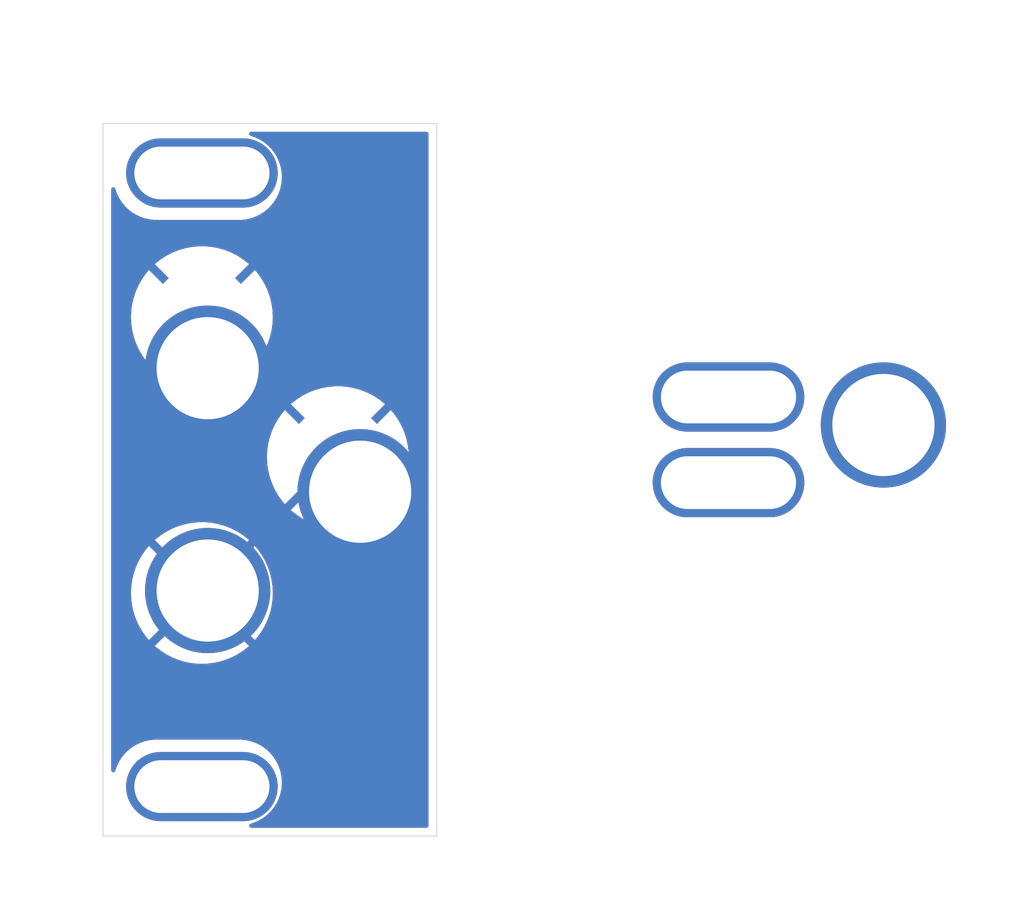
<source format=kicad_pcb>
(kicad_pcb (version 20240108) (generator "pcbnew") (generator_version "8.0")
  (layers (0 "F.Cu" signal) (31 "B.Cu" signal) (34 "B.Paste" user) (35 "F.Paste" user) (36 "B.SilkS" user "B.Silkscreen") (37 "F.SilkS" user "F.Silkscreen") (38 "B.Mask" user) (39 "F.Mask" user) (44 "Edge.Cuts" user))
  (net 0 "")
  (net 3 "GND")
  (footprint "Custom_FP:JackHole_3.5mm" (layer "F.Cu") (at 106.35 89.85)
    (property "Reference" "J1" (hide yes))
    (property "Value" "Screw_Terminal_01x01")
    (pad "1" thru_hole circle (at 0 0) (size 7.6 7.6) (drill 6.2) (layers "*.Cu" "*.Mask") (net 3 "GND"))
  )
  (footprint "Custom_FP:Wider_M3" (layer "F.Cu") (at 106 115.25)
    (property "Reference" "J5" (hide yes))
    (property "Value" "Screw_Terminal_01x01")
    (pad "1" thru_hole oval (at 0 0) (size 9.2 4.2) (drill oval 8.2 3.2) (layers "*.Cu" "*.Mask"))
  )
  (footprint "Custom_FP:Wider_M3" (layer "F.Cu") (at 106 78)
    (property "Reference" "J4" (hide yes))
    (property "Value" "Screw_Terminal_01x01")
    (pad "1" thru_hole oval (at 0 0) (size 9.2 4.2) (drill oval 8.2 3.2) (layers "*.Cu" "*.Mask"))
  )
  (footprint "Custom_FP:JackHole_3.5mm" (layer "F.Cu") (at 115.6 97.35)
    (property "Reference" "J3" (hide yes))
    (property "Value" "Screw_Terminal_01x01")
    (pad "1" thru_hole circle (at 0 0) (size 7.6 7.6) (drill 6.2) (layers "*.Cu" "*.Mask") (net 3 "GND"))
  )
  (footprint "Custom_FP:Wider_M3" (layer "F.Cu") (at 137.95 91.6)
    (property "Reference" "J7" (hide yes))
    (property "Value" "Screw_Terminal_01x01")
    (pad "1" thru_hole oval (at 0 0) (size 9.2 4.2) (drill oval 8.2 3.2) (layers "*.Cu" "*.Mask"))
  )
  (footprint "Custom_FP:Wider_M3" (layer "F.Cu") (at 137.95 96.8)
    (property "Reference" "J8" (hide yes))
    (property "Value" "Screw_Terminal_01x01")
    (pad "1" thru_hole oval (at 0 0) (size 9.2 4.2) (drill oval 8.2 3.2) (layers "*.Cu" "*.Mask"))
  )
  (footprint "Custom_FP:JackHole_3.5mm" (layer "F.Cu") (at 106.35 103.35)
    (property "Reference" "J2" (hide yes))
    (property "Value" "Screw_Terminal_01x01")
    (pad "1" thru_hole circle (at 0 0) (size 7.6 7.6) (drill 6.2) (layers "*.Cu" "*.Mask") (net 3 "GND"))
  )
  (footprint "Custom_FP:JackHole_3.5mm" (layer "F.Cu") (at 147.35 93.3)
    (property "Reference" "J6" (hide yes))
    (property "Value" "Screw_Terminal_01x01")
    (pad "1" thru_hole circle (at 0 0) (size 7.6 7.6) (drill 6.2) (layers "*.Cu" "*.Mask") (net 3 "GND"))
  )
  (gr_line (start 100 75) (end 100 118.25) (stroke (width 0.05)) (layer "Edge.Cuts"))
  (gr_line (start 120.25 75) (end 100 75) (stroke (width 0.05)) (layer "Edge.Cuts"))
  (gr_line (start 120.25 118.25) (end 120.25 75) (stroke (width 0.05)) (layer "Edge.Cuts"))
  (gr_line (start 100 118.25) (end 120.25 118.25) (stroke (width 0.05)) (layer "Edge.Cuts"))
  (zone (net 3) (net_name "GND") (layers "F&B.Cu") (connect_pads (clearance 0.5)) (min_thickness 0.25) (fill yes (thermal_gap 0.5) (thermal_bridge_width 0.5))
    (polygon (pts (xy 97.5 73.5) (xy 93.75 122.25) (xy 126 123) (xy 125.25 72.5) (xy 108.75 67.5)))
  )
)
</source>
